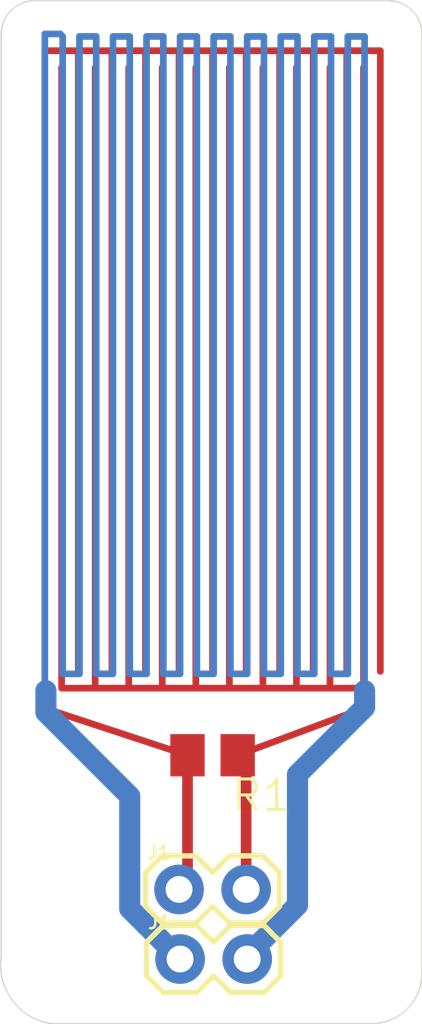
<source format=kicad_pcb>
(kicad_pcb (version 20211014) (generator pcbnew)
  (layers (0 "F.Cu" signal) (31 "B.Cu" signal) (34 "B.Paste" user) (35 "F.Paste" user) (36 "B.SilkS" user "B.Silkscreen") (37 "F.SilkS" user "F.Silkscreen") (38 "B.Mask" user) (39 "F.Mask" user) (44 "Edge.Cuts" user))
  (net 0 "")
  (net 1 "S$1")
  (net 2 "N$2")
  (footprint "WetSensorV3:1X02" (layer "F.Cu") (at 147.280382 119.2861)
    (fp_text reference "J1" (at -1.27 -1.397) (layer "F.SilkS") (effects (font (size 0.512064 0.512064) (thickness 0.097536)) (justify left)))
    (fp_text value "")
    (fp_line (start -0.635 -1.27) (end -1.27 -0.635) (layer "F.SilkS") (width 0.2032))
    (fp_line (start 1.27 0.635) (end 0.635 1.27) (layer "F.SilkS") (width 0.2032))
    (fp_line (start 0.635 1.27) (end -0.635 1.27) (layer "F.SilkS") (width 0.2032))
    (fp_line (start -1.27 -0.635) (end -1.27 0.635) (layer "F.SilkS") (width 0.2032))
    (fp_line (start 1.905 1.27) (end 1.27 0.635) (layer "F.SilkS") (width 0.2032))
    (fp_line (start 3.81 0.635) (end 3.175 1.27) (layer "F.SilkS") (width 0.2032))
    (fp_line (start -1.27 0.635) (end -0.635 1.27) (layer "F.SilkS") (width 0.2032))
    (fp_line (start 3.175 -1.27) (end 3.81 -0.635) (layer "F.SilkS") (width 0.2032))
    (fp_line (start 0.635 -1.27) (end 1.27 -0.635) (layer "F.SilkS") (width 0.2032))
    (fp_line (start 3.175 1.27) (end 1.905 1.27) (layer "F.SilkS") (width 0.2032))
    (fp_line (start 1.905 -1.27) (end 3.175 -1.27) (layer "F.SilkS") (width 0.2032))
    (fp_line (start -0.635 -1.27) (end 0.635 -1.27) (layer "F.SilkS") (width 0.2032))
    (fp_line (start 1.27 -0.635) (end 1.905 -1.27) (layer "F.SilkS") (width 0.2032))
    (fp_line (start 3.81 -0.635) (end 3.81 0.635) (layer "F.SilkS") (width 0.2032))
    (pad "1" thru_hole circle (at 0 0 90) (size 1.8796 1.8796) (drill 1.016) (layers *.Cu *.Mask) (net 2 "N$2"))
    (pad "2" thru_hole circle (at 2.54 0 90) (size 1.8796 1.8796) (drill 1.016) (layers *.Cu *.Mask) (net 1 "S$1"))
  )
  (footprint "WetSensorV3:1X02" (layer "F.Cu") (at 147.32 121.92)
    (fp_text reference "J1" (at -1.27 -1.397) (layer "F.SilkS") (effects (font (size 0.512064 0.512064) (thickness 0.097536)) (justify left)))
    (fp_text value "")
    (fp_line (start -0.635 -1.27) (end -1.27 -0.635) (layer "F.SilkS") (width 0.2032))
    (fp_line (start 1.27 0.635) (end 0.635 1.27) (layer "F.SilkS") (width 0.2032))
    (fp_line (start 0.635 1.27) (end -0.635 1.27) (layer "F.SilkS") (width 0.2032))
    (fp_line (start -1.27 -0.635) (end -1.27 0.635) (layer "F.SilkS") (width 0.2032))
    (fp_line (start 1.905 1.27) (end 1.27 0.635) (layer "F.SilkS") (width 0.2032))
    (fp_line (start 3.81 0.635) (end 3.175 1.27) (layer "F.SilkS") (width 0.2032))
    (fp_line (start -1.27 0.635) (end -0.635 1.27) (layer "F.SilkS") (width 0.2032))
    (fp_line (start 3.175 -1.27) (end 3.81 -0.635) (layer "F.SilkS") (width 0.2032))
    (fp_line (start 0.635 -1.27) (end 1.27 -0.635) (layer "F.SilkS") (width 0.2032))
    (fp_line (start 3.175 1.27) (end 1.905 1.27) (layer "F.SilkS") (width 0.2032))
    (fp_line (start 1.905 -1.27) (end 3.175 -1.27) (layer "F.SilkS") (width 0.2032))
    (fp_line (start -0.635 -1.27) (end 0.635 -1.27) (layer "F.SilkS") (width 0.2032))
    (fp_line (start 1.27 -0.635) (end 1.905 -1.27) (layer "F.SilkS") (width 0.2032))
    (fp_line (start 3.81 -0.635) (end 3.81 0.635) (layer "F.SilkS") (width 0.2032))
    (pad "1" thru_hole circle (at 0 0 90) (size 1.8796 1.8796) (drill 1.016) (layers *.Mask "F.Cu" "In1.Cu" "In2.Cu" "In3.Cu" "In4.Cu" "In5.Cu" "In6.Cu" "In7.Cu" "In8.Cu" "In9.Cu" "In10.Cu" "In11.Cu" "In12.Cu" "In13.Cu" "In14.Cu" "B.Cu") (net 2 "N$2"))
    (pad "2" thru_hole circle (at 2.54 0 90) (size 1.8796 1.8796) (drill 1.016) (layers *.Mask "F.Cu" "In1.Cu" "In2.Cu" "In3.Cu" "In4.Cu" "In5.Cu" "In6.Cu" "In7.Cu" "In8.Cu" "In9.Cu" "In10.Cu" "In11.Cu" "In12.Cu" "In13.Cu" "In14.Cu" "B.Cu") (net 2 "N$2"))
  )
  (footprint "WetSensorV3:M0805" (layer "F.Cu") (at 148.550382 114.2061 180)
    (fp_text reference "R1" (at -3.048 -1.524) (layer "F.SilkS") (effects (font (size 1.15316 1.15316) (thickness 0.11684)) (justify right)))
    (fp_text value "")
    (pad "1" smd rect (at -0.95 0 180) (size 1.3 1.6) (layers "F.Cu" "F.Paste" "F.Mask") (net 1 "S$1"))
    (pad "2" smd rect (at 0.95 0 180) (size 1.3 1.6) (layers "F.Cu" "F.Paste" "F.Mask") (net 2 "N$2"))
  )
  (gr_line (start 142.454382 124.3661) (end 154.570382 124.3661) (layer "Edge.Cuts") (width 0.05))
  (gr_line (start 156.475382 122.4611) (end 156.475382 86.9111) (layer "Edge.Cuts") (width 0.05))
  (gr_arc (start 156.475382 122.4611) (mid 155.91742 123.808138) (end 154.570382 124.3661) (layer "Edge.Cuts") (width 0.05))
  (gr_arc (start 155.205382 85.6411) (mid 156.103408 86.013074) (end 156.475382 86.9111) (layer "Edge.Cuts") (width 0.05))
  (gr_arc (start 142.454382 124.3661) (mid 140.975831 123.490638) (end 140.549382 121.8261) (layer "Edge.Cuts") (width 0.05))
  (gr_arc (start 140.549382 86.9111) (mid 140.921356 86.013074) (end 141.819382 85.6411) (layer "Edge.Cuts") (width 0.05))
  (gr_line (start 155.205382 85.6411) (end 141.819382 85.6411) (layer "Edge.Cuts") (width 0.05))
  (gr_line (start 140.549382 86.9111) (end 140.549382 121.8261) (layer "Edge.Cuts") (width 0.05))
  (segment (start 142.835382 111.6661) (end 142.835382 88.1711) (width 0.254) (layer "F.Cu") (net 1))
  (segment (start 149.715019 114.311463) (end 149.500382 114.2061) (width 0.4064) (layer "F.Cu") (net 1))
  (segment (start 147.915382 111.6661) (end 147.915382 88.1711) (width 0.254) (layer "F.Cu") (net 1))
  (segment (start 154.265382 112.4281) (end 154.265382 88.1711) (width 0.254) (layer "F.Cu") (net 1))
  (segment (start 152.995382 88.1711) (end 152.995382 111.6661) (width 0.254) (layer "F.Cu") (net 1))
  (segment (start 146.645382 88.1711) (end 146.645382 111.6661) (width 0.254) (layer "F.Cu") (net 1))
  (segment (start 150.455382 88.1711) (end 150.455382 111.6661) (width 0.254) (layer "F.Cu") (net 1))
  (segment (start 150.455382 111.6661) (end 151.725382 111.6661) (width 0.254) (layer "F.Cu") (net 1))
  (segment (start 149.820382 119.2861) (end 149.820382 114.2061) (width 0.4064) (layer "F.Cu") (net 1))
  (segment (start 149.185382 88.1711) (end 149.185382 111.6661) (width 0.254) (layer "F.Cu") (net 1))
  (segment (start 144.105382 88.1711) (end 144.105382 111.6661) (width 0.254) (layer "F.Cu") (net 1))
  (segment (start 151.725382 88.1711) (end 151.725382 111.6661) (width 0.254) (layer "F.Cu") (net 1))
  (segment (start 146.645382 111.6661) (end 147.915382 111.6661) (width 0.254) (layer "F.Cu") (net 1))
  (segment (start 145.375382 88.1711) (end 145.375382 111.6661) (width 0.254) (layer "F.Cu") (net 1))
  (segment (start 147.915382 111.6661) (end 149.185382 111.6661) (width 0.254) (layer "F.Cu") (net 1))
  (segment (start 144.105382 111.6661) (end 145.375382 111.6661) (width 0.254) (layer "F.Cu") (net 1))
  (segment (start 145.375382 111.6661) (end 146.645382 111.6661) (width 0.254) (layer "F.Cu") (net 1))
  (segment (start 151.725382 111.6661) (end 152.995382 111.6661) (width 0.254) (layer "F.Cu") (net 1))
  (segment (start 142.835382 111.6661) (end 144.105382 111.6661) (width 0.254) (layer "F.Cu") (net 1))
  (segment (start 149.820382 114.2061) (end 149.715019 114.311463) (width 0.4064) (layer "F.Cu") (net 1))
  (segment (start 149.185382 111.6661) (end 150.455382 111.6661) (width 0.254) (layer "F.Cu") (net 1))
  (segment (start 149.500382 114.2061) (end 154.265382 112.4281) (width 0.254) (layer "F.Cu") (net 1))
  (segment (start 152.995382 111.6661) (end 154.265382 111.6661) (width 0.254) (layer "F.Cu") (net 1))
  (segment (start 148.550382 87.5361) (end 149.820382 87.5361) (width 0.254) (layer "F.Cu") (net 2))
  (segment (start 147.280382 111.0311) (end 147.280382 87.5361) (width 0.254) (layer "F.Cu") (net 2))
  (segment (start 147.280382 87.5361) (end 146.010382 87.5361) (width 0.254) (layer "F.Cu") (net 2))
  (segment (start 142.200382 87.5361) (end 143.470382 87.5361) (width 0.254) (layer "F.Cu") (net 2))
  (segment (start 148.550382 87.5361) (end 148.550382 111.0311) (width 0.254) (layer "F.Cu") (net 2))
  (segment (start 143.470382 87.5361) (end 143.470382 111.0311) (width 0.254) (layer "F.Cu") (net 2))
  (segment (start 149.820382 87.5361) (end 151.090382 87.5361) (width 0.254) (layer "F.Cu") (net 2))
  (segment (start 144.740382 111.0311) (end 144.740382 87.5361) (width 0.254) (layer "F.Cu") (net 2))
  (segment (start 154.900382 87.5361) (end 153.630382 87.5361) (width 0.254) (layer "F.Cu") (net 2))
  (segment (start 144.740382 87.5361) (end 146.010382 87.5361) (width 0.254) (layer "F.Cu") (net 2))
  (segment (start 154.900382 87.5361) (end 154.900382 111.0311) (width 0.254) (layer "F.Cu") (net 2))
  (segment (start 147.280382 119.2861) (end 147.600382 119.2861) (width 0.4064) (layer "F.Cu") (net 2))
  (segment (start 147.600382 114.2061) (end 142.200382 112.4281) (width 0.254) (layer "F.Cu") (net 2))
  (segment (start 151.090382 87.5361) (end 151.090382 111.0311) (width 0.254) (layer "F.Cu") (net 2))
  (segment (start 142.200382 112.4281) (end 142.200382 87.5361) (width 0.254) (layer "F.Cu") (net 2))
  (segment (start 149.820382 111.0311) (end 149.820382 87.5361) (width 0.254) (layer "F.Cu") (net 2))
  (segment (start 143.470382 87.5361) (end 144.740382 87.5361) (width 0.254) (layer "F.Cu") (net 2))
  (segment (start 147.600382 114.2061) (end 147.600382 119.2861) (width 0.4064) (layer "F.Cu") (net 2))
  (segment (start 146.010382 87.5361) (end 146.010382 111.0311) (width 0.254) (layer "F.Cu") (net 2))
  (segment (start 153.630382 111.0311) (end 153.630382 87.5361) (width 0.254) (layer "F.Cu") (net 2))
  (segment (start 147.280382 87.5361) (end 148.550382 87.5361) (width 0.254) (layer "F.Cu") (net 2))
  (segment (start 153.630382 87.5361) (end 152.360382 87.5361) (width 0.254) (layer "F.Cu") (net 2))
  (segment (start 152.360382 87.5361) (end 151.090382 87.5361) (width 0.254) (layer "F.Cu") (net 2))
  (segment (start 152.360382 111.0311) (end 152.360382 87.5361) (width 0.254) (layer "F.Cu") (net 2))
  (segment (start 151.13 86.995) (end 151.13 111.125) (width 0.254) (layer "B.Cu") (net 2))
  (segment (start 145.415 115.756482) (end 145.415 120.015) (width 0.8) (layer "B.Cu") (net 2))
  (segment (start 147.955 86.995) (end 147.32 86.995) (width 0.254) (layer "B.Cu") (net 2))
  (segment (start 144.78 86.995) (end 144.78 111.125) (width 0.254) (layer "B.Cu") (net 2))
  (segment (start 152.4 86.995) (end 152.4 111.125) (width 0.254) (layer "B.Cu") (net 2))
  (segment (start 144.145 111.125) (end 144.145 86.995) (width 0.254) (layer "B.Cu") (net 2))
  (segment (start 153.035 111.125) (end 153.035 86.995) (width 0.254) (layer "B.Cu") (net 2))
  (segment (start 142.7811 86.9011) (end 142.200382 86.9011) (width 0.254) (layer "B.Cu") (net 2))
  (segment (start 147.32 86.995) (end 147.32 111.125) (width 0.254) (layer "B.Cu") (net 2))
  (segment (start 142.2069 111.7931) (end 142.24 111.76) (width 0.254) (layer "B.Cu") (net 2))
  (segment (start 145.415 120.015) (end 147.2261 121.8261) (width 0.8) (layer "B.Cu") (net 2))
  (segment (start 142.875 111.125) (end 142.875 86.995) (width 0.254) (layer "B.Cu") (net 2))
  (segment (start 149.225 86.995) (end 148.59 86.995) (width 0.254) (layer "B.Cu") (net 2))
  (segment (start 146.685 86.995) (end 146.05 86.995) (width 0.254) (layer "B.Cu") (net 2))
  (segment (start 154.305 112.395) (end 151.765 114.935) (width 0.8) (layer "B.Cu") (net 2))
  (segment (start 148.59 86.995) (end 148.59 111.125) (width 0.254) (layer "B.Cu") (net 2))
  (segment (start 151.765 119.881482) (end 149.820382 121.8261) (width 0.8) (layer "B.Cu") (net 2))
  (segment (start 154.305 86.995) (end 153.67 86.995) (width 0.254) (layer "B.Cu") (net 2))
  (segment (start 142.200382 86.9011) (end 142.200382 111.7931) (width 0.254) (layer "B.Cu") (net 2))
  (segment (start 153.67 86.995) (end 153.67 111.125) (width 0.254) (layer "B.Cu") (net 2))
  (segment (start 143.51 111.125) (end 142.875 111.125) (width 0.254) (layer "B.Cu") (net 2))
  (segment (start 151.765 86.995) (end 151.13 86.995) (width 0.254) (layer "B.Cu") (net 2))
  (segment (start 142.200382 111.7931) (end 142.2069 111.7931) (width 0.254) (layer "B.Cu") (net 2))
  (segment (start 150.495 86.995) (end 149.86 86.995) (width 0.254) (layer "B.Cu") (net 2))
  (segment (start 150.495 111.125) (end 150.495 86.995) (width 0.254) (layer "B.Cu") (net 2))
  (segment (start 151.765 111.125) (end 151.765 86.995) (width 0.254) (layer "B.Cu") (net 2))
  (segment (start 152.4 111.125) (end 151.765 111.125) (width 0.254) (layer "B.Cu") (net 2))
  (segment (start 142.875 86.995) (end 142.7811 86.9011) (width 0.254) (layer "B.Cu") (net 2))
  (segment (start 149.86 86.995) (end 149.86 111.125) (width 0.254) (layer "B.Cu") (net 2))
  (segment (start 153.67 111.125) (end 153.035 111.125) (width 0.254) (layer "B.Cu") (net 2))
  (segment (start 147.32 111.125) (end 146.685 111.125) (width 0.254) (layer "B.Cu") (net 2))
  (segment (start 154.305 111.76) (end 154.305 86.995) (width 0.254) (layer "B.Cu") (net 2))
  (segment (start 153.035 86.995) (end 152.4 86.995) (width 0.254) (layer "B.Cu") (net 2))
  (segment (start 148.59 111.125) (end 147.955 111.125) (width 0.254) (layer "B.Cu") (net 2))
  (segment (start 147.2261 121.8261) (end 147.280382 121.8261) (width 0.4064) (layer "B.Cu") (net 2))
  (segment (start 149.225 111.125) (end 149.225 86.995) (width 0.254) (layer "B.Cu") (net 2))
  (segment (start 145.415 111.125) (end 145.415 86.995) (width 0.254) (layer "B.Cu") (net 2))
  (segment (start 144.145 86.995) (end 143.51 86.995) (width 0.254) (layer "B.Cu") (net 2))
  (segment (start 146.05 111.125) (end 145.415 111.125) (width 0.254) (layer "B.Cu") (net 2))
  (segment (start 146.05 86.995) (end 146.05 111.125) (width 0.254) (layer "B.Cu") (net 2))
  (segment (start 144.78 111.125) (end 144.145 111.125) (width 0.254) (layer "B.Cu") (net 2))
  (segment (start 142.24 112.581482) (end 145.415 115.756482) (width 0.8) (layer "B.Cu") (net 2))
  (segment (start 143.51 86.995) (end 143.51 111.125) (width 0.254) (layer "B.Cu") (net 2))
  (segment (start 149.86 111.125) (end 149.225 111.125) (width 0.254) (layer "B.Cu") (net 2))
  (segment (start 142.24 111.76) (end 142.24 112.581482) (width 0.8) (layer "B.Cu") (net 2))
  (segment (start 151.13 111.125) (end 150.495 111.125) (width 0.254) (layer "B.Cu") (net 2))
  (segment (start 147.955 111.125) (end 147.955 86.995) (width 0.254) (layer "B.Cu") (net 2))
  (segment (start 146.685 111.125) (end 146.685 86.995) (width 0.254) (layer "B.Cu") (net 2))
  (segment (start 145.415 86.995) (end 144.78 86.995) (width 0.254) (layer "B.Cu") (net 2))
  (segment (start 151.765 114.935) (end 151.765 119.881482) (width 0.8) (layer "B.Cu") (net 2))
  (segment (start 154.305 111.76) (end 154.305 112.395) (width 0.8) (layer "B.Cu") (net 2))
)
</source>
